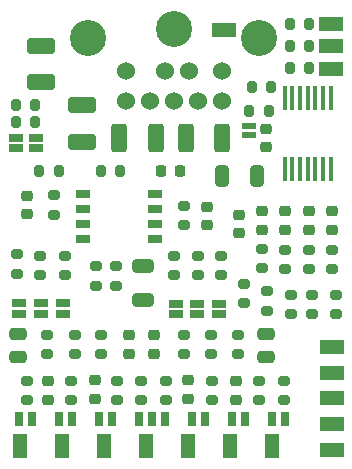
<source format=gtp>
G04 #@! TF.GenerationSoftware,KiCad,Pcbnew,9.0.1*
G04 #@! TF.CreationDate,2025-04-29T17:01:15-07:00*
G04 #@! TF.ProjectId,3bp v2.1,33627020-7632-42e3-912e-6b696361645f,rev?*
G04 #@! TF.SameCoordinates,Original*
G04 #@! TF.FileFunction,Paste,Top*
G04 #@! TF.FilePolarity,Positive*
%FSLAX46Y46*%
G04 Gerber Fmt 4.6, Leading zero omitted, Abs format (unit mm)*
G04 Created by KiCad (PCBNEW 9.0.1) date 2025-04-29 17:01:15*
%MOMM*%
%LPD*%
G01*
G04 APERTURE LIST*
G04 Aperture macros list*
%AMRoundRect*
0 Rectangle with rounded corners*
0 $1 Rounding radius*
0 $2 $3 $4 $5 $6 $7 $8 $9 X,Y pos of 4 corners*
0 Add a 4 corners polygon primitive as box body*
4,1,4,$2,$3,$4,$5,$6,$7,$8,$9,$2,$3,0*
0 Add four circle primitives for the rounded corners*
1,1,$1+$1,$2,$3*
1,1,$1+$1,$4,$5*
1,1,$1+$1,$6,$7*
1,1,$1+$1,$8,$9*
0 Add four rect primitives between the rounded corners*
20,1,$1+$1,$2,$3,$4,$5,0*
20,1,$1+$1,$4,$5,$6,$7,0*
20,1,$1+$1,$6,$7,$8,$9,0*
20,1,$1+$1,$8,$9,$2,$3,0*%
G04 Aperture macros list end*
%ADD10RoundRect,0.200000X0.200000X0.275000X-0.200000X0.275000X-0.200000X-0.275000X0.200000X-0.275000X0*%
%ADD11RoundRect,0.200000X-0.200000X-0.275000X0.200000X-0.275000X0.200000X0.275000X-0.200000X0.275000X0*%
%ADD12RoundRect,0.250000X0.945000X-0.420000X0.945000X0.420000X-0.945000X0.420000X-0.945000X-0.420000X0*%
%ADD13RoundRect,0.250000X-0.420000X-0.945000X0.420000X-0.945000X0.420000X0.945000X-0.420000X0.945000X0*%
%ADD14RoundRect,0.250000X0.420000X0.945000X-0.420000X0.945000X-0.420000X-0.945000X0.420000X-0.945000X0*%
%ADD15RoundRect,0.225000X-0.250000X0.225000X-0.250000X-0.225000X0.250000X-0.225000X0.250000X0.225000X0*%
%ADD16RoundRect,0.250000X-0.325000X-0.650000X0.325000X-0.650000X0.325000X0.650000X-0.325000X0.650000X0*%
%ADD17RoundRect,0.225000X0.225000X0.250000X-0.225000X0.250000X-0.225000X-0.250000X0.225000X-0.250000X0*%
%ADD18RoundRect,0.225000X0.250000X-0.225000X0.250000X0.225000X-0.250000X0.225000X-0.250000X-0.225000X0*%
%ADD19RoundRect,0.200000X0.275000X-0.200000X0.275000X0.200000X-0.275000X0.200000X-0.275000X-0.200000X0*%
%ADD20RoundRect,0.200000X-0.275000X0.200000X-0.275000X-0.200000X0.275000X-0.200000X0.275000X0.200000X0*%
%ADD21RoundRect,0.250000X-0.650000X0.325000X-0.650000X-0.325000X0.650000X-0.325000X0.650000X0.325000X0*%
%ADD22RoundRect,0.250000X-0.475000X0.250000X-0.475000X-0.250000X0.475000X-0.250000X0.475000X0.250000X0*%
%ADD23R,1.270000X0.635000*%
%ADD24R,1.254000X0.540000*%
%ADD25R,2.032000X1.270000*%
%ADD26C,1.524000*%
%ADD27C,3.048000*%
%ADD28R,0.800000X1.270000*%
%ADD29R,1.270000X0.720000*%
%ADD30R,1.270000X2.032000*%
%ADD31R,0.300000X2.000000*%
G04 APERTURE END LIST*
D10*
G04 #@! TO.C,R42*
X126925000Y-89800000D03*
X125275000Y-89800000D03*
G04 #@! TD*
G04 #@! TO.C,R41*
X126925000Y-91300000D03*
X125275000Y-91300000D03*
G04 #@! TD*
G04 #@! TO.C,R39*
X150125000Y-84860000D03*
X148475000Y-84860000D03*
G04 #@! TD*
G04 #@! TO.C,R40*
X150125000Y-82960000D03*
X148475000Y-82960000D03*
G04 #@! TD*
D11*
G04 #@! TO.C,R10*
X145275000Y-88300000D03*
X146925000Y-88300000D03*
G04 #@! TD*
D10*
G04 #@! TO.C,R38*
X150125000Y-86700000D03*
X148475000Y-86700000D03*
G04 #@! TD*
D11*
G04 #@! TO.C,R11*
X145075000Y-90300000D03*
X146725000Y-90300000D03*
G04 #@! TD*
D12*
G04 #@! TO.C,C23*
X127400000Y-87867000D03*
X127400000Y-84787000D03*
G04 #@! TD*
G04 #@! TO.C,C22*
X130900000Y-92940000D03*
X130900000Y-89860000D03*
G04 #@! TD*
D13*
G04 #@! TO.C,C21*
X137140000Y-92582000D03*
X134060000Y-92582000D03*
G04 #@! TD*
D14*
G04 #@! TO.C,C8*
X142740000Y-92600000D03*
X139660000Y-92600000D03*
G04 #@! TD*
D15*
G04 #@! TO.C,C6*
X146500000Y-91825000D03*
X146500000Y-93375000D03*
G04 #@! TD*
D16*
G04 #@! TO.C,C7*
X142725000Y-95800000D03*
X145675000Y-95800000D03*
G04 #@! TD*
D17*
G04 #@! TO.C,C20*
X139175000Y-95400000D03*
X137625000Y-95400000D03*
G04 #@! TD*
D11*
G04 #@! TO.C,R36*
X132475000Y-95400000D03*
X134125000Y-95400000D03*
G04 #@! TD*
D10*
G04 #@! TO.C,R37*
X128925000Y-95400000D03*
X127275000Y-95400000D03*
G04 #@! TD*
D18*
G04 #@! TO.C,C19*
X126200000Y-99075000D03*
X126200000Y-97525000D03*
G04 #@! TD*
D19*
G04 #@! TO.C,R34*
X128500000Y-99125000D03*
X128500000Y-97475000D03*
G04 #@! TD*
D20*
G04 #@! TO.C,R35*
X139500000Y-98375000D03*
X139500000Y-100025000D03*
G04 #@! TD*
D15*
G04 #@! TO.C,C18*
X141500000Y-98425000D03*
X141500000Y-99975000D03*
G04 #@! TD*
D18*
G04 #@! TO.C,C1*
X144200000Y-100675000D03*
X144200000Y-99125000D03*
G04 #@! TD*
D15*
G04 #@! TO.C,C3*
X148100000Y-98825000D03*
X148100000Y-100375000D03*
G04 #@! TD*
D18*
G04 #@! TO.C,C5*
X152100000Y-100375000D03*
X152100000Y-98825000D03*
G04 #@! TD*
G04 #@! TO.C,C2*
X146100000Y-100375000D03*
X146100000Y-98825000D03*
G04 #@! TD*
G04 #@! TO.C,C4*
X150100000Y-100375000D03*
X150100000Y-98825000D03*
G04 #@! TD*
D19*
G04 #@! TO.C,R8*
X150100000Y-103725000D03*
X150100000Y-102075000D03*
G04 #@! TD*
G04 #@! TO.C,R9*
X152100000Y-103725000D03*
X152100000Y-102075000D03*
G04 #@! TD*
G04 #@! TO.C,R7*
X148100000Y-103725000D03*
X148100000Y-102075000D03*
G04 #@! TD*
G04 #@! TO.C,R6*
X146100000Y-103625000D03*
X146100000Y-101975000D03*
G04 #@! TD*
G04 #@! TO.C,R28*
X142700000Y-104225000D03*
X142700000Y-102575000D03*
G04 #@! TD*
G04 #@! TO.C,R29*
X140700000Y-104225000D03*
X140700000Y-102575000D03*
G04 #@! TD*
G04 #@! TO.C,R30*
X138700000Y-104225000D03*
X138700000Y-102575000D03*
G04 #@! TD*
D20*
G04 #@! TO.C,R2*
X146600000Y-105575000D03*
X146600000Y-107225000D03*
G04 #@! TD*
G04 #@! TO.C,R3*
X148600000Y-105875000D03*
X148600000Y-107525000D03*
G04 #@! TD*
G04 #@! TO.C,R5*
X152400000Y-105875000D03*
X152400000Y-107525000D03*
G04 #@! TD*
G04 #@! TO.C,R4*
X150400000Y-105875000D03*
X150400000Y-107525000D03*
G04 #@! TD*
D19*
G04 #@! TO.C,R1*
X144572000Y-106625000D03*
X144572000Y-104975000D03*
G04 #@! TD*
G04 #@! TO.C,R26*
X133800000Y-105125000D03*
X133800000Y-103475000D03*
G04 #@! TD*
G04 #@! TO.C,R33*
X125357000Y-104125000D03*
X125357000Y-102475000D03*
G04 #@! TD*
G04 #@! TO.C,R31*
X129434000Y-104225000D03*
X129434000Y-102575000D03*
G04 #@! TD*
G04 #@! TO.C,R32*
X127363000Y-104225000D03*
X127363000Y-102575000D03*
G04 #@! TD*
G04 #@! TO.C,R27*
X132100000Y-105125000D03*
X132100000Y-103475000D03*
G04 #@! TD*
D21*
G04 #@! TO.C,C17*
X136100000Y-103425000D03*
X136100000Y-106375000D03*
G04 #@! TD*
D15*
G04 #@! TO.C,C13*
X134900000Y-109325000D03*
X134900000Y-110875000D03*
G04 #@! TD*
G04 #@! TO.C,C12*
X137000000Y-109325000D03*
X137000000Y-110875000D03*
G04 #@! TD*
D19*
G04 #@! TO.C,R21*
X141800000Y-110925000D03*
X141800000Y-109275000D03*
G04 #@! TD*
G04 #@! TO.C,R24*
X130300000Y-110925000D03*
X130300000Y-109275000D03*
G04 #@! TD*
G04 #@! TO.C,R23*
X132500000Y-110925000D03*
X132500000Y-109275000D03*
G04 #@! TD*
G04 #@! TO.C,R25*
X127900000Y-110925000D03*
X127900000Y-109275000D03*
G04 #@! TD*
G04 #@! TO.C,R20*
X144100000Y-110925000D03*
X144100000Y-109275000D03*
G04 #@! TD*
G04 #@! TO.C,R22*
X139500000Y-110925000D03*
X139500000Y-109275000D03*
G04 #@! TD*
D22*
G04 #@! TO.C,C9*
X146500000Y-109250000D03*
X146500000Y-111150000D03*
G04 #@! TD*
G04 #@! TO.C,C16*
X125500000Y-109250000D03*
X125500000Y-111150000D03*
G04 #@! TD*
D15*
G04 #@! TO.C,C10*
X143900000Y-113225000D03*
X143900000Y-114775000D03*
G04 #@! TD*
D18*
G04 #@! TO.C,C11*
X139900000Y-114675000D03*
X139900000Y-113125000D03*
G04 #@! TD*
G04 #@! TO.C,C15*
X128000000Y-114775000D03*
X128000000Y-113225000D03*
G04 #@! TD*
D15*
G04 #@! TO.C,C14*
X132000000Y-113125000D03*
X132000000Y-114675000D03*
G04 #@! TD*
D19*
G04 #@! TO.C,R19*
X126200000Y-113150000D03*
X126200000Y-114800000D03*
G04 #@! TD*
G04 #@! TO.C,R15*
X138000000Y-114825000D03*
X138000000Y-113175000D03*
G04 #@! TD*
G04 #@! TO.C,R16*
X135900000Y-114825000D03*
X135900000Y-113175000D03*
G04 #@! TD*
G04 #@! TO.C,R12*
X148000000Y-114825000D03*
X148000000Y-113175000D03*
G04 #@! TD*
G04 #@! TO.C,R18*
X130000000Y-114825000D03*
X130000000Y-113175000D03*
G04 #@! TD*
G04 #@! TO.C,R13*
X145900000Y-114825000D03*
X145900000Y-113175000D03*
G04 #@! TD*
G04 #@! TO.C,R17*
X133900000Y-114825000D03*
X133900000Y-113175000D03*
G04 #@! TD*
G04 #@! TO.C,R14*
X141900000Y-114825000D03*
X141900000Y-113175000D03*
G04 #@! TD*
D23*
G04 #@! TO.C,*
X125300000Y-92600000D03*
G04 #@! TD*
G04 #@! TO.C,*
X125300000Y-93500000D03*
G04 #@! TD*
G04 #@! TO.C,*
X127000000Y-92636000D03*
G04 #@! TD*
G04 #@! TO.C,*
X127000000Y-93500000D03*
G04 #@! TD*
D24*
G04 #@! TO.C,*
X145000000Y-92400000D03*
G04 #@! TD*
D25*
G04 #@! TO.C,*
X142900000Y-83500000D03*
G04 #@! TD*
D24*
G04 #@! TO.C,*
X145000000Y-91600000D03*
G04 #@! TD*
D26*
G04 #@! TO.C,CON1*
X139949000Y-86969000D03*
X137917000Y-86969000D03*
X142743000Y-86969000D03*
X140711000Y-89509000D03*
X138679000Y-89509000D03*
X134615000Y-86969000D03*
X142743000Y-89509000D03*
X136647000Y-89509000D03*
X134615000Y-89509000D03*
D27*
X131440000Y-84175000D03*
X138679000Y-83413000D03*
X145918000Y-84175000D03*
G04 #@! TD*
D28*
G04 #@! TO.C,c*
X132350000Y-116433000D03*
X133468000Y-116433000D03*
G04 #@! TD*
D25*
G04 #@! TO.C,*
X151947000Y-84860000D03*
G04 #@! TD*
D23*
G04 #@! TO.C,1*
X138819000Y-107518000D03*
X140673000Y-107518000D03*
X142528000Y-107518000D03*
X138819000Y-106654000D03*
X140673000Y-106654000D03*
X142528000Y-106654000D03*
G04 #@! TD*
G04 #@! TO.C,1*
X125598000Y-107492000D03*
X127452000Y-107492000D03*
X129307000Y-107492000D03*
X125598000Y-106628000D03*
X127452000Y-106628000D03*
X129307000Y-106628000D03*
G04 #@! TD*
D28*
G04 #@! TO.C,e*
X140207000Y-116433000D03*
X141325000Y-116433000D03*
G04 #@! TD*
D25*
G04 #@! TO.C,5V1*
X152052000Y-119036000D03*
G04 #@! TD*
G04 #@! TO.C,*
X151947000Y-86760000D03*
G04 #@! TD*
D29*
G04 #@! TO.C,U1*
X130942000Y-97345000D03*
X130942000Y-98615000D03*
X130945000Y-99883000D03*
X130942000Y-101155000D03*
X137044000Y-101157000D03*
X137043000Y-99883000D03*
X137043000Y-98613000D03*
X137043000Y-97343000D03*
G04 #@! TD*
D25*
G04 #@! TO.C,B1*
X152027000Y-110299000D03*
G04 #@! TD*
D28*
G04 #@! TO.C,f*
X143590000Y-116433000D03*
X144708000Y-116433000D03*
G04 #@! TD*
D30*
G04 #@! TO.C,SR2*
X129243000Y-118681000D03*
G04 #@! TD*
D25*
G04 #@! TO.C,G1*
X152027000Y-112483000D03*
G04 #@! TD*
G04 #@! TO.C,*
X151947000Y-82960000D03*
G04 #@! TD*
D30*
G04 #@! TO.C,YR2*
X125687000Y-118681000D03*
G04 #@! TD*
D28*
G04 #@! TO.C,a*
X125585000Y-116433000D03*
X126703000Y-116433000D03*
G04 #@! TD*
D25*
G04 #@! TO.C,S1*
X152027000Y-116852000D03*
G04 #@! TD*
D28*
G04 #@! TO.C,b*
X128968000Y-116433000D03*
X130086000Y-116433000D03*
G04 #@! TD*
D30*
G04 #@! TO.C,YL1*
X147023000Y-118681000D03*
G04 #@! TD*
G04 #@! TO.C,SN1*
X136355000Y-118681000D03*
G04 #@! TD*
G04 #@! TO.C,XL1*
X143467000Y-118681000D03*
G04 #@! TD*
D28*
G04 #@! TO.C,g*
X146972000Y-116433000D03*
X148090000Y-116433000D03*
G04 #@! TD*
D31*
G04 #@! TO.C,U2*
X148042000Y-95273000D03*
X148692000Y-95273000D03*
X149342000Y-95273000D03*
X149993000Y-95273000D03*
X150642000Y-95273000D03*
X151291000Y-95273000D03*
X151941000Y-95273000D03*
X151941000Y-89272000D03*
X151291000Y-89272000D03*
X150642000Y-89272000D03*
X149993000Y-89272000D03*
X149342000Y-89272000D03*
X148692000Y-89272000D03*
X148042000Y-89272000D03*
G04 #@! TD*
D30*
G04 #@! TO.C,XR2*
X132799000Y-118681000D03*
G04 #@! TD*
G04 #@! TO.C,SL1*
X139911000Y-118681000D03*
G04 #@! TD*
D28*
G04 #@! TO.C,d*
X135707000Y-116433000D03*
X136825000Y-116433000D03*
X137942000Y-116433000D03*
G04 #@! TD*
D25*
G04 #@! TO.C,RIN*
X152027000Y-114668000D03*
G04 #@! TD*
M02*

</source>
